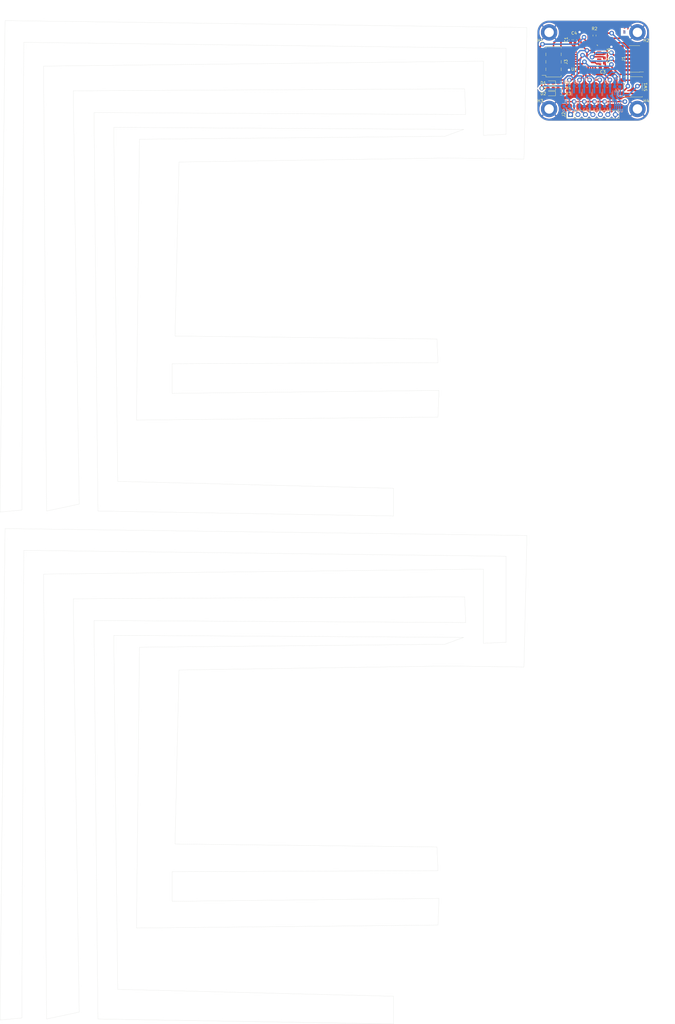
<source format=kicad_pcb>
(kicad_pcb (version 20221018) (generator pcbnew)
  (layers (0 "F.Cu" signal) (31 "B.Cu" signal) (34 "B.Paste" user) (35 "F.Paste" user) (36 "B.SilkS" user "B.Silkscreen") (37 "F.SilkS" user "F.Silkscreen") (38 "B.Mask" user) (39 "F.Mask" user) (44 "Edge.Cuts" user))
  (net 0 "")
  (net 1 "+5V-v2-")
  (net 2 "GND-v2-")
  (net 3 "+3.3V-v2-")
  (net 4 "Net-(D1-K)-v2-")
  (net 6 "Net-(D3-K)-v2-")
  (net 7 "Status_LED-v2-")
  (net 8 "Data_Clock_SNES-v2-")
  (net 9 "Data_Latch_SNES-v2-")
  (net 10 "Net-(D2-K)-v2-")
  (net 11 "Serial_Data1_SNES-v2-")
  (net 12 "Serial_Data2_SNES-v2-")
  (net 13 "SPI_Chip_Select-v2-")
  (net 14 "Chip_Enable-v2-")
  (net 15 "SPI_Digital_Input-v2-")
  (net 16 "SPI_Clock-v2-")
  (net 17 "SPI_Digital_Output-v2-")
  (net 18 "IOBit_SNES-v2-")
  (net 19 "Data_Clock_STM32-v2-")
  (net 20 "Data_Latch_STM32-v2-")
  (net 21 "Appairing_Btn-v2-")
  (net 22 "Net-(U2-BP)-v2-")
  (net 23 "SWDIO-v2-")
  (net 24 "SWDCK-v2-")
  (net 27 "NRST-v2-")
  (net 28 "USART2_RX-v2-")
  (net 29 "USART2_TX-v2-")
  (net 30 "Serial_Data1_STM32-v2-")
  (net 31 "IOBit_STM32-v2-")
  (net 32 "Serial_Data2_STM32-v2-")
  (footprint "Package_QFP:LQFP-32_7x7mm_P0.8mm" (layer "F.Cu") (at 200.6 13.15 180)
    (fp_text reference "U1")
    (fp_text value "STM32L412KBTx")
  )
  (footprint "MountingHole:MountingHole_3.2mm_M3_DIN965_Pad" (layer "F.Cu") (at 187.75 5.25)
    (fp_text reference "H1")
    (fp_text value "MountingHole_Pad")
  )
  (footprint "Resistor_SMD:R_0603_1608Metric_Pad0.98x0.95mm_HandSolder" (layer "F.Cu") (at 191.76875 26.05)
    (fp_text reference "R3")
    (fp_text value "1k")
  )
  (footprint "Resistor_SMD:R_0603_1608Metric_Pad0.98x0.95mm_HandSolder" (layer "F.Cu") (at 191.76875 22.45)
    (fp_text reference "R1")
    (fp_text value "1k")
  )
  (footprint "Connector_PinHeader_1.27mm:PinHeader_2x07_P1.27mm_Vertical_SMD" (layer "F.Cu") (at 216.75 14.25 180)
    (fp_text reference "J1")
    (fp_text value "Conn_02x07_Odd_Even")
  )
  (footprint "Capacitor_SMD:C_0603_1608Metric_Pad1.08x0.95mm_HandSolder" (layer "F.Cu") (at 206.51 14.8025 90)
    (fp_text reference "C2")
    (fp_text value "100n")
  )
  (footprint "MountingHole:MountingHole_3.2mm_M3_DIN965_Pad" (layer "F.Cu") (at 217.75 5.25)
    (fp_text reference "H2")
    (fp_text value "MountingHole_Pad")
  )
  (footprint "Connector_PinHeader_2.54mm:PinHeader_1x07_P2.54mm_Vertical" (layer "F.Cu") (at 195 33.15 90)
    (fp_text reference "J2")
    (fp_text value "Conn_01x07_Socket")
  )
  (footprint "Resistor_SMD:R_0603_1608Metric_Pad0.98x0.95mm_HandSolder" (layer "F.Cu") (at 191.76875 24.25)
    (fp_text reference "R4")
    (fp_text value "1k")
  )
  (footprint "Capacitor_SMD:C_0603_1608Metric_Pad1.08x0.95mm_HandSolder" (layer "F.Cu") (at 195.05 7.75 90)
    (fp_text reference "C1")
    (fp_text value "10u")
  )
  (footprint "Diode_SMD:D_0603_1608Metric_Pad1.05x0.95mm_HandSolder" (layer "F.Cu") (at 188.26875 26.05 180)
    (fp_text reference "D2")
    (fp_text value "LED_Small")
  )
  (footprint "Button_Switch_SMD:SW_SPST_B3S-1000" (layer "F.Cu") (at 216.25 23.75 180)
    (fp_text reference "SW1")
    (fp_text value "SW_SPST")
  )
  (footprint "Capacitor_SMD:C_0603_1608Metric_Pad1.08x0.95mm_HandSolder" (layer "F.Cu") (at 196.55 7.75 90)
    (fp_text reference "C4")
    (fp_text value "100n")
  )
  (footprint "MountingHole:MountingHole_3.2mm_M3_DIN965_Pad" (layer "F.Cu") (at 217.75 31.25)
    (fp_text reference "H4")
    (fp_text value "MountingHole_Pad")
  )
  (footprint "Diode_SMD:D_0603_1608Metric_Pad1.05x0.95mm_HandSolder" (layer "F.Cu") (at 188.26875 22.45 180)
    (fp_text reference "D1")
    (fp_text value "LED_Small")
  )
  (footprint "Diode_SMD:D_0603_1608Metric_Pad1.05x0.95mm_HandSolder" (layer "F.Cu") (at 188.26875 24.25 180)
    (fp_text reference "D3")
    (fp_text value "LED")
  )
  (footprint "Resistor_SMD:R_0603_1608Metric_Pad0.98x0.95mm_HandSolder" (layer "F.Cu") (at 203.17 6.32 90)
    (fp_text reference "R2")
    (fp_text value "10k")
  )
  (footprint "Capacitor_SMD:C_0603_1608Metric_Pad1.08x0.95mm_HandSolder" (layer "F.Cu") (at 206.0025 17.19)
    (fp_text reference "C3")
    (fp_text value "100n")
  )
  (footprint "Capacitor_SMD:C_0603_1608Metric_Pad1.08x0.95mm_HandSolder" (layer "F.Cu") (at 206.51 11.5 90)
    (fp_text reference "C5")
    (fp_text value "100n")
  )
  (footprint "Connector_PinSocket_2.54mm:PinSocket_2x04_P2.54mm_Vertical_SMD" (layer "F.Cu") (at 189.25 15.25 180)
    (fp_text reference "J3")
    (fp_text value "Conn_01x08_Socket")
  )
  (footprint "MountingHole:MountingHole_3.2mm_M3_DIN965_Pad" (layer "F.Cu") (at 187.75 31.25)
    (fp_text reference "H3")
    (fp_text value "MountingHole_Pad")
  )
  (footprint "Capacitor_SMD:C_0603_1608Metric_Pad1.08x0.95mm_HandSolder" (layer "B.Cu") (at 210.9 22.2 180)
    (fp_text reference "C7")
    (fp_text value "2.2u")
  )
  (footprint "Resistor_SMD:R_0603_1608Metric_Pad0.98x0.95mm_HandSolder" (layer "B.Cu") (at 197.15 23.45)
    (fp_text reference "R6")
    (fp_text value "10k")
  )
  (footprint "Resistor_SMD:R_0603_1608Metric_Pad0.98x0.95mm_HandSolder" (layer "B.Cu") (at 207.5 23.45)
    (fp_text reference "R9")
    (fp_text value "10k")
  )
  (footprint "Package_TO_SOT_SMD:SOT-23" (layer "B.Cu") (at 193.7 26.15 -90)
    (fp_text reference "Q1")
    (fp_text value "2N7002")
  )
  (footprint "Package_TO_SOT_SMD:SOT-23" (layer "B.Cu") (at 197.15 26.15 -90)
    (fp_text reference "Q2")
    (fp_text value "2N7002")
  )
  (footprint "Capacitor_SMD:C_0603_1608Metric_Pad1.08x0.95mm_HandSolder" (layer "B.Cu") (at 210.9 23.7 180)
    (fp_text reference "C6")
    (fp_text value "470p")
  )
  (footprint "Resistor_SMD:R_0603_1608Metric_Pad0.98x0.95mm_HandSolder" (layer "B.Cu") (at 200.6 30.35)
    (fp_text reference "R12")
    (fp_text value "10k")
  )
  (footprint "Resistor_SMD:R_0603_1608Metric_Pad0.98x0.95mm_HandSolder" (layer "B.Cu") (at 204.05 23.45)
    (fp_text reference "R8")
    (fp_text value "10k")
  )
  (footprint "Package_TO_SOT_SMD:SOT-23" (layer "B.Cu") (at 200.6 26.15 -90)
    (fp_text reference "Q3")
    (fp_text value "2N7002")
  )
  (footprint "Resistor_SMD:R_0603_1608Metric_Pad0.98x0.95mm_HandSolder" (layer "B.Cu") (at 193.7 30.35)
    (fp_text reference "R10")
    (fp_text value "10k")
  )
  (footprint "Package_SO:MSOP-8_3x3mm_P0.65mm" (layer "B.Cu") (at 211.0125 27.9 -90)
    (fp_text reference "U2")
    (fp_text value "MIC5219-3.3YMM")
  )
  (footprint "Package_TO_SOT_SMD:SOT-23" (layer "B.Cu") (at 207.5 26.15 -90)
    (fp_text reference "Q5")
    (fp_text value "2N7002")
  )
  (footprint "Resistor_SMD:R_0603_1608Metric_Pad0.98x0.95mm_HandSolder" (layer "B.Cu") (at 197.15 30.35)
    (fp_text reference "R11")
    (fp_text value "10k")
  )
  (footprint "Resistor_SMD:R_0603_1608Metric_Pad0.98x0.95mm_HandSolder" (layer "B.Cu") (at 204.05 30.35)
    (fp_text reference "R13")
    (fp_text value "10k")
  )
  (footprint "Resistor_SMD:R_0603_1608Metric_Pad0.98x0.95mm_HandSolder" (layer "B.Cu") (at 200.6 23.45)
    (fp_text reference "R7")
    (fp_text value "10k")
  )
  (footprint "Package_TO_SOT_SMD:SOT-23" (layer "B.Cu") (at 204.05 26.15 -90)
    (fp_text reference "Q4")
    (fp_text value "2N7002")
  )
  (footprint "Resistor_SMD:R_0603_1608Metric_Pad0.98x0.95mm_HandSolder" (layer "B.Cu") (at 207.5 30.35)
    (fp_text reference "R14")
    (fp_text value "10k")
  )
  (footprint "Resistor_SMD:R_0603_1608Metric_Pad0.98x0.95mm_HandSolder" (layer "B.Cu") (at 193.7 23.45)
    (fp_text reference "R5")
    (fp_text value "10k")
  )
  (gr_line (start 159.399937 33.14989) (end 33.149937 32.47989) (stroke (width 0.05)) (layer "Edge.Cuts"))
  (gr_line (start 48.599937 41.53989) (end 47.589937 136.89989) (stroke (width 0.05)) (layer "Edge.Cuts"))
  (gr_line (start 150.329937 126.82989) (end 59.679937 127.82989) (stroke (width 0.05)) (layer "Edge.Cuts"))
  (gr_line (start 39.869937 37.50989) (end 158.729937 38.18989) (stroke (width 0.05)) (layer "Edge.Cuts"))
  (gr_line (start 34.489937 340.28989) (end 134.889937 341.96989) (stroke (width 0.05)) (layer "Edge.Cuts"))
  (gr_line (start 149.999937 308.38989) (end 150.329937 299.32989) (stroke (width 0.05)) (layer "Edge.Cuts"))
  (gr_line (start 134.889937 332.56989) (end 41.209937 330.21989) (stroke (width 0.05)) (layer "Edge.Cuts"))
  (gr_line (start 179.209937 48.25989) (end 180.219937 3.59989) (stroke (width 0.05)) (layer "Edge.Cuts"))
  (gr_line (start 60.679937 108.35989) (end 62.029937 49.26989) (stroke (width 0.05)) (layer "Edge.Cuts"))
  (gr_line (start 173.159937 183.14989) (end 173.159937 212.35989) (stroke (width 0.05)) (layer "Edge.Cuts"))
  (gr_line (start 158.729937 38.18989) (end 152.349937 40.53989) (stroke (width 0.05)) (layer "Edge.Cuts"))
  (gr_line (start 149.999937 289.92989) (end 149.659937 281.86989) (stroke (width 0.05)) (layer "Edge.Cuts"))
  (gr_line (start 1.249937 340.62989) (end 8.639937 339.94989) (stroke (width 0.05)) (layer "Edge.Cuts"))
  (gr_line (start 149.659937 281.86989) (end 60.679937 280.85989) (stroke (width 0.05)) (layer "Edge.Cuts"))
  (gr_line (start 48.599937 214.03989) (end 47.589937 309.39989) (stroke (width 0.05)) (layer "Edge.Cuts"))
  (gr_line (start 149.659937 109.36989) (end 60.679937 108.35989) (stroke (width 0.05)) (layer "Edge.Cuts"))
  (gr_line (start 179.209937 220.75989) (end 180.219937 176.09989) (stroke (width 0.05)) (layer "Edge.Cuts"))
  (gr_line (start 134.889937 341.96989) (end 134.889937 332.56989) (stroke (width 0.05)) (layer "Edge.Cuts"))
  (gr_line (start 62.029937 221.76989) (end 153.019937 220.41989) (stroke (width 0.05)) (layer "Edge.Cuts"))
  (gr_line (start 173.159937 212.35989) (end 165.439937 212.69989) (stroke (width 0.05)) (layer "Edge.Cuts"))
  (gr_line (start 149.999937 117.42989) (end 149.659937 109.36989) (stroke (width 0.05)) (layer "Edge.Cuts"))
  (gr_line (start 159.059937 196.91989) (end 159.399937 205.64989) (stroke (width 0.05)) (layer "Edge.Cuts"))
  (gr_line (start 8.639937 167.44989) (end 9.309937 8.63989) (stroke (width 0.05)) (layer "Edge.Cuts"))
  (gr_line (start 158.729937 210.68989) (end 152.349937 213.03989) (stroke (width 0.05)) (layer "Edge.Cuts"))
  (gr_line (start 187.75 1.25) (end 217.75 1.25) (stroke (width 0.1)) (layer "Edge.Cuts"))
  (gr_line (start 1.249937 168.12989) (end 8.639937 167.44989) (stroke (width 0.05)) (layer "Edge.Cuts"))
  (gr_arc (start 221.75 31.25) (mid 220.578427 34.078427) (end 217.75 35.25) (stroke (width 0.1)) (layer "Edge.Cuts"))
  (gr_arc (start 187.75 35.25) (mid 184.921573 34.078427) (end 183.75 31.25) (stroke (width 0.1)) (layer "Edge.Cuts"))
  (gr_line (start 165.439937 212.69989) (end 165.439937 187.51989) (stroke (width 0.05)) (layer "Edge.Cuts"))
  (gr_line (start 2.929937 173.74989) (end 1.249937 340.62989) (stroke (width 0.05)) (layer "Edge.Cuts"))
  (gr_line (start 34.489937 167.78989) (end 134.889937 169.46989) (stroke (width 0.05)) (layer "Edge.Cuts"))
  (gr_line (start 217.75 35.25) (end 187.75 35.25) (stroke (width 0.1)) (layer "Edge.Cuts"))
  (gr_arc (start 183.75 5.25) (mid 184.921573 2.421573) (end 187.75 1.25) (stroke (width 0.1)) (layer "Edge.Cuts"))
  (gr_line (start 59.679937 127.82989) (end 59.679937 117.75989) (stroke (width 0.05)) (layer "Edge.Cuts"))
  (gr_line (start 17.039937 340.28989) (end 28.119937 337.93989) (stroke (width 0.05)) (layer "Edge.Cuts"))
  (gr_line (start 9.309937 8.63989) (end 173.159937 10.64989) (stroke (width 0.05)) (layer "Edge.Cuts"))
  (gr_line (start 134.889937 169.46989) (end 134.889937 160.06989) (stroke (width 0.05)) (layer "Edge.Cuts"))
  (gr_line (start 173.159937 39.85989) (end 165.439937 40.19989) (stroke (width 0.05)) (layer "Edge.Cuts"))
  (gr_line (start 153.019937 220.41989) (end 179.209937 220.75989) (stroke (width 0.05)) (layer "Edge.Cuts"))
  (gr_line (start 134.889937 160.06989) (end 41.209937 157.71989) (stroke (width 0.05)) (layer "Edge.Cuts"))
  (gr_line (start 26.099937 25.08989) (end 159.059937 24.41989) (stroke (width 0.05)) (layer "Edge.Cuts"))
  (gr_line (start 41.209937 330.21989) (end 39.869937 210.00989) (stroke (width 0.05)) (layer "Edge.Cuts"))
  (gr_line (start 2.929937 1.24989) (end 1.249937 168.12989) (stroke (width 0.05)) (layer "Edge.Cuts"))
  (gr_line (start 150.329937 299.32989) (end 59.679937 300.32989) (stroke (width 0.05)) (layer "Edge.Cuts"))
  (gr_line (start 165.439937 187.51989) (end 16.029937 189.19989) (stroke (width 0.05)) (layer "Edge.Cuts"))
  (gr_line (start 173.159937 10.64989) (end 173.159937 39.85989) (stroke (width 0.05)) (layer "Edge.Cuts"))
  (gr_line (start 8.639937 339.94989) (end 9.309937 181.13989) (stroke (width 0.05)) (layer "Edge.Cuts"))
  (gr_line (start 16.029937 16.69989) (end 17.039937 167.78989) (stroke (width 0.05)) (layer "Edge.Cuts"))
  (gr_line (start 47.589937 136.89989) (end 149.999937 135.88989) (stroke (width 0.05)) (layer "Edge.Cuts"))
  (gr_line (start 62.029937 49.26989) (end 153.019937 47.91989) (stroke (width 0.05)) (layer "Edge.Cuts"))
  (gr_line (start 9.309937 181.13989) (end 173.159937 183.14989) (stroke (width 0.05)) (layer "Edge.Cuts"))
  (gr_line (start 180.219937 176.09989) (end 2.929937 173.74989) (stroke (width 0.05)) (layer "Edge.Cuts"))
  (gr_line (start 59.679937 117.75989) (end 149.999937 117.42989) (stroke (width 0.05)) (layer "Edge.Cuts"))
  (gr_line (start 149.999937 135.88989) (end 150.329937 126.82989) (stroke (width 0.05)) (layer "Edge.Cuts"))
  (gr_line (start 152.349937 213.03989) (end 48.599937 214.03989) (stroke (width 0.05)) (layer "Edge.Cuts"))
  (gr_line (start 28.119937 165.43989) (end 26.099937 25.08989) (stroke (width 0.05)) (layer "Edge.Cuts"))
  (gr_line (start 221.75 5.25) (end 221.75 31.25) (stroke (width 0.1)) (layer "Edge.Cuts"))
  (gr_line (start 180.219937 3.59989) (end 2.929937 1.24989) (stroke (width 0.05)) (layer "Edge.Cuts"))
  (gr_line (start 41.209937 157.71989) (end 39.869937 37.50989) (stroke (width 0.05)) (layer "Edge.Cuts"))
  (gr_line (start 47.589937 309.39989) (end 149.999937 308.38989) (stroke (width 0.05)) (layer "Edge.Cuts"))
  (gr_line (start 165.439937 15.01989) (end 16.029937 16.69989) (stroke (width 0.05)) (layer "Edge.Cuts"))
  (gr_line (start 39.869937 210.00989) (end 158.729937 210.68989) (stroke (width 0.05)) (layer "Edge.Cuts"))
  (gr_line (start 16.029937 189.19989) (end 17.039937 340.28989) (stroke (width 0.05)) (layer "Edge.Cuts"))
  (gr_line (start 59.679937 290.25989) (end 149.999937 289.92989) (stroke (width 0.05)) (layer "Edge.Cuts"))
  (gr_line (start 59.679937 300.32989) (end 59.679937 290.25989) (stroke (width 0.05)) (layer "Edge.Cuts"))
  (gr_line (start 153.019937 47.91989) (end 179.209937 48.25989) (stroke (width 0.05)) (layer "Edge.Cuts"))
  (gr_line (start 183.75 31.25) (end 183.75 5.25) (stroke (width 0.1)) (layer "Edge.Cuts"))
  (gr_line (start 60.679937 280.85989) (end 62.029937 221.76989) (stroke (width 0.05)) (layer "Edge.Cuts"))
  (gr_line (start 33.149937 32.47989) (end 34.489937 167.78989) (stroke (width 0.05)) (layer "Edge.Cuts"))
  (gr_line (start 17.039937 167.78989) (end 28.119937 165.43989) (stroke (width 0.05)) (layer "Edge.Cuts"))
  (gr_line (start 159.399937 205.64989) (end 33.149937 204.97989) (stroke (width 0.05)) (layer "Edge.Cuts"))
  (gr_line (start 152.349937 40.53989) (end 48.599937 41.53989) (stroke (width 0.05)) (layer "Edge.Cuts"))
  (gr_line (start 165.439937 40.19989) (end 165.439937 15.01989) (stroke (width 0.05)) (layer "Edge.Cuts"))
  (gr_line (start 28.119937 337.93989) (end 26.099937 197.58989) (stroke (width 0.05)) (layer "Edge.Cuts"))
  (gr_line (start 26.099937 197.58989) (end 159.059937 196.91989) (stroke (width 0.05)) (layer "Edge.Cuts"))
  (gr_line (start 33.149937 204.97989) (end 34.489937 340.28989) (stroke (width 0.05)) (layer "Edge.Cuts"))
  (gr_arc (start 217.75 1.25) (mid 220.578427 2.421573) (end 221.75 5.25) (stroke (width 0.1)) (layer "Edge.Cuts"))
  (gr_line (start 159.059937 24.41989) (end 159.399937 33.14989) (stroke (width 0.05)) (layer "Edge.Cuts"))
  (gr_text "SNES Plug" (at 205.75 3.75) (layer "F.Cu") (effects (font (size 1 1)) (justify left bottom)))
  (gr_text "T" (at 212.75 5.75) (layer "F.Cu") (effects (font (size 1 1)) (justify left bottom)))
  (gr_text "B" (at 212.75 5.75) (layer "B.Cu") (effects (font (size 1 1)) (justify left bottom)))
  (segment (start 196.2375 28.75) (end 196.2375 31.9125) (width 0.5) (layer "F.Cu") (net 1))
  (segment (start 196.2375 31.9125) (end 195 33.15) (width 0.5) (layer "F.Cu") (net 1))
  (segment (start 196.2375 28.75) (end 199.6875 28.75) (width 0.3) (layer "F.Cu") (net 1))
  (segment (start 187.39375 26.05) (end 187.39375 26.084561) (width 0.5) (layer "F.Cu") (net 1))
  (segment (start 203.1375 28.75) (end 206.5875 28.75) (width 0.5) (layer "F.Cu") (net 1))
  (segment (start 203.1375 28.75) (end 199.6875 28.75) (width 0.5) (layer "F.Cu") (net 1))
  (segment (start 188.809189 27.5) (end 190.25 27.5) (width 0.5) (layer "F.Cu") (net 1))
  (segment (start 190.25 27.5) (end 191.5 28.75) (width 0.5) (layer "F.Cu") (net 1))
  (segment (start 187.39375 26.084561) (end 188.809189 27.5) (width 0.5) (layer "F.Cu") (net 1))
  (segment (start 191.5 28.75) (end 196.2375 28.75) (width 0.5) (layer "F.Cu") (net 1))
  (segment (start 206.5875 28.75) (end 213.5 28.75) (width 0.5) (layer "F.Cu") (net 1))
  (via (at 199.6875 28.75) (size 1.6) (drill 0.8) (layers "F.Cu" "B.Cu") (net 1))
  (via (at 203.1375 28.75) (size 1.6) (drill 0.8) (layers "F.Cu" "B.Cu") (net 1))
  (via (at 206.5875 28.75) (size 1.6) (drill 0.8) (layers "F.Cu" "B.Cu") (net 1))
  (via (at 213.5 28.75) (size 1.6) (drill 0.8) (layers "F.Cu" "B.Cu") (net 1))
  (via (at 196.2375 28.75) (size 1.6) (drill 0.8) (layers "F.Cu" "B.Cu") (net 1))
  (segment (start 196.2375 30.35) (end 196.2375 28.75) (width 0.5) (layer "B.Cu") (net 1))
  (segment (start 213.4 28.65) (end 212.106739 28.65) (width 0.5) (layer "B.Cu") (net 1))
  (segment (start 213.5 28.75) (end 213.4 28.65) (width 0.5) (layer "B.Cu") (net 1))
  (segment (start 195 33.15) (end 195 32.5625) (width 0.5) (layer "B.Cu") (net 1))
  (segment (start 210.6875 25.7875) (end 210.6875 27.230761) (width 0.3) (layer "B.Cu") (net 1))
  (segment (start 203.1375 28.75) (end 203.1375 30.35) (width 0.5) (layer "B.Cu") (net 1))
  (segment (start 199.6875 28.75) (end 199.6875 30.35) (width 0.5) (layer "B.Cu") (net 1))
  (segment (start 195 32.5625) (end 192.7875 30.35) (width 0.5) (layer "B.Cu") (net 1))
  (segment (start 206.5875 28.75) (end 206.5875 30.35) (width 0.5) (layer "B.Cu") (net 1))
  (segment (start 212.106739 28.65) (end 210.6875 27.230761) (width 0.5) (layer "B.Cu") (net 1))
  (segment (start 206.865 17.19) (end 206.865 16.02) (width 0.5) (layer "F.Cu") (net 2))
  (segment (start 198.1 5.15) (end 197.8 5.45) (width 0.5) (layer "F.Cu") (net 2))
  (segment (start 205.84 18.215) (end 206.865 17.19) (width 0.5) (layer "F.Cu") (net 2))
  (segment (start 208.899189 10.15) (end 208.411689 10.6375) (width 0.5) (layer "F.Cu") (net 2))
  (segment (start 197.8 5.45) (end 197.8 8.975) (width 0.5) (layer "F.Cu") (net 2))
  (segment (start 194.5 18) (end 193.44 19.06) (width 0.5) (layer "F.Cu") (net 2))
  (segment (start 207.535 11.6625) (end 206.51 10.6375) (width 0.5) (layer "F.Cu") (net 2))
  (segment (start 195.05 6.8875) (end 196.55 6.8875) (width 0.5) (layer "F.Cu") (net 2))
  (segment (start 206.51 15.665) (end 206.51 15.591193) (width 0.5) (layer "F.Cu") (net 2))
  (segment (start 208.411689 10.6375) (end 206.51 10.6375) (width 0.5) (layer "F.Cu") (net 2))
  (segment (start 204.29 18.215) (end 205.84 18.215) (width 0.5) (layer "F.Cu") (net 2))
  (segment (start 196.55 6.7) (end 198.1 5.15) (width 0.5) (layer "F.Cu") (net 2))
  (segment (start 203.4 17.325) (end 204.29 18.215) (width 0.5) (layer "F.Cu") (net 2))
  (segment (start 206.51 15.591193) (end 207.535 14.566193) (width 0.5) (layer "F.Cu") (net 2))
  (segment (start 206.865 16.02) (end 206.51 15.665) (width 0.5) (layer "F.Cu") (net 2))
  (segment (start 193.44 19.06) (end 191.77 19.06) (width 0.5) (layer "F.Cu") (net 2))
  (segment (start 207.535 14.566193) (end 207.535 11.6625) (width 0.5) (layer "F.Cu") (net 2))
  (segment (start 196.55 6.8875) (end 196.55 6.7) (width 0.5) (layer "F.Cu") (net 2))
  (via (at 208.899189 10.15) (size 1.6) (drill 0.8) (layers "F.Cu" "B.Cu") (net 2))
  (via (at 198.1 5.15) (size 1.6) (drill 0.8) (layers "F.Cu" "B.Cu") (net 2))
  (via (at 194.5 18) (size 1.6) (drill 0.8) (layers "F.Cu" "B.Cu") (net 2))
  (via (at 210.0375 20.15) (size 1.6) (drill 0.8) (layers "F.Cu" "B.Cu") (net 2))
  (segment (start 206.15 10.15) (end 201.15 5.15) (width 0.5) (layer "B.Cu") (net 2))
  (segment (start 208.899189 10.15) (end 206.15 10.15) (width 0.5) (layer "B.Cu") (net 2))
  (segment (start 210.0375 20.1875) (end 210 20.15) (width 0.5) (layer "B.Cu") (net 2))
  (segment (start 201.15 5.15) (end 198.1 5.15) (width 0.5) (layer "B.Cu") (net 2))
  (segment (start 210.0375 22.2) (end 210.0375 23.7) (width 0.5) (layer "B.Cu") (net 2))
  (segment (start 210.0375 22.2) (end 210.0375 20.15) (width 0.5) (layer "B.Cu") (net 2))
  (segment (start 202.4 11.4) (end 200.6 11.4) (width 0.5) (layer "F.Cu") (net 3))
  (segment (start 195.05 8.975) (end 196.425 10.35) (width 0.5) (layer "F.Cu") (net 3))
  (segment (start 195.05 8.6125) (end 195.05 8.975) (width 0.5) (layer "F.Cu") (net 3))
  (segment (start 205.14 17.19) (end 205.14 16.315) (width 0.5) (layer "F.Cu") (net 3))
  (segment (start 220.225 21.5) (end 220.75 20.975) (width 0.5) (layer "F.Cu") (net 3))
  (segment (start 203.75 12.75) (end 202.4 11.4) (width 0.5) (layer "F.Cu") (net 3))
  (segment (start 203.870406 15.95) (end 203.420406 15.5) (width 0.5) (layer "F.Cu") (net 3))
  (segment (start 204.775 15.95) (end 203.870406 15.95) (width 0.5) (layer "F.Cu") (net 3))
  (segment (start 204.775 12.75) (end 203.75 12.75) (width 0.5) (layer "F.Cu") (net 3))
  (segment (start 220.4 16.79) (end 220.75 17.14) (width 0.5) (layer "F.Cu") (net 3))
  (segment (start 185.25 24.25) (end 185.25 20.54) (width 0.5) (layer "F.Cu") (net 3))
  (segment (start 199.55 10.35) (end 196.425 10.35) (width 0.5) (layer "F.Cu") (net 3))
  (segment (start 200.6 13.809189) (end 200.6 11.4) (width 0.5) (layer "F.Cu") (net 3))
  (segment (start 206.1225 12.75) (end 204.775 12.75) (width 0.5) (layer "F.Cu") (net 3))
  (segment (start 185.25 20.54) (end 186.73 19.06) (width 0.5) (layer "F.Cu") (net 3))
  (segment (start 220.75 20.975) (end 220.75 17.14) (width 0.5) (layer "F.Cu") (net 3))
  (segment (start 217.75 23.5) (end 218.225 23.5) (width 0.5) (layer "F.Cu") (net 3))
  (segment (start 218.225 23.5) (end 220.225 21.5) (width 0.5) (layer "F.Cu") (net 3))
  (segment (start 212.275 21.5) (end 220.225 21.5) (width 0.5) (layer "F.Cu") (net 3))
  (segment (start 196.425 8.7375) (end 196.55 8.6125) (width 0.5) (layer "F.Cu") (net 3))
  (segment (start 218.7 16.79) (end 220.4 16.79) (width 0.5) (layer "F.Cu") (net 3))
  (segment (start 203.420406 15.5) (end 202.290811 15.5) (width 0.5) (layer "F.Cu") (net 3))
  (segment (start 206.51 12.3625) (end 206.1225 12.75) (width 0.5) (layer "F.Cu") (net 3))
  (segment (start 200.6 11.4) (end 199.55 10.35) (width 0.5) (layer "F.Cu") (net 3))
  (segment (start 187.39375 24.25) (end 185.25 24.25) (width 0.5) (layer "F.Cu") (net 3))
  (segment (start 202.290811 15.5) (end 200.6 13.809189) (width 0.5) (layer "F.Cu") (net 3))
  (segment (start 205.14 16.315) (end 204.775 15.95) (width 0.5) (layer "F.Cu") (net 3))
  (segment (start 196.425 10.35) (end 196.425 8.7375) (width 0.5) (layer "F.Cu") (net 3))
  (via (at 185.25 24.25) (size 1.6) (drill 0.8) (layers "F.Cu" "B.Cu") (net 3))
  (via (at 217.75 23.5) (size 1.6) (drill 0.8) (layers "F.Cu" "B.Cu") (net 3))
  (via (at 200.6 11.4) (size 1.6) (drill 0.8) (layers "F.Cu" "B.Cu") (net 3))
  (segment (start 192.7875 23.45) (end 192.7875 21.315811) (width 0.5) (layer "B.Cu") (net 3))
  (segment (start 203.1 23.4875) (end 203.1375 23.45) (width 0.5) (layer "B.Cu") (net 3))
  (segment (start 208.903311 18.8) (end 206.5875 21.115811) (width 0.5) (layer "B.Cu") (net 3))
  (segment (start 186.05 23.45) (end 192.7875 23.45) (width 0.5) (layer "B.Cu") (net 3))
  (segment (start 206.55 25.2125) (end 206.55 23.4875) (width 0.5) (layer "B.Cu") (net 3))
  (segment (start 198.621689 20.05) (end 197.303311 20.05) (width 0.5) (layer "B.Cu") (net 3))
  (segment (start 192.7875 21.315811) (end 194.053311 20.05) (width 0.5) (layer "B.Cu") (net 3))
  (segment (start 199.65 23.4875) (end 199.6875 23.45) (width 0.5) (layer "B.Cu") (net 3))
  (segment (start 197.303311 12.446689) (end 197.303311 20.05) (width 0.5) (layer "B.Cu") (net 3))
  (segment (start 210.596689 18.8) (end 208.903311 18.8) (width 0.5) (layer "B.Cu") (net 3))
  (segment (start 205.521689 20.05) (end 204.203311 20.05) (width 0.5) (layer "B.Cu") (net 3))
  (segment (start 206.5875 21.115811) (end 205.521689 20.05) (width 0.5) (layer "B.Cu") (net 3))
  (segment (start 197.303311 20.05) (end 196.2375 21.115811) (width 0.5) (layer "B.Cu") (net 3))
  (segment (start 198.35 11.4) (end 197.303311 12.446689) (width 0.5) (layer "B.Cu") (net 3))
  (segment (start 200.753311 20.05) (end 202.071689 20.05) (width 0.5) (layer "B.Cu") (net 3))
  (segment (start 196.2 25.2125) (end 196.2 23.4875) (width 0.5) (layer "B.Cu") (net 3))
  (segment (start 213 22.75) (end 212.45 22.2) (width 0.5) (layer "B.Cu") (net 3))
  (segment (start 214.743261 26.506739) (end 213 26.506739) (width 0.5) (layer "B.Cu") (net 3))
  (segment (start 199.6875 21.115811) (end 200.753311 20.05) (width 0.5) (layer "B.Cu") (net 3))
  (segment (start 199.6875 21.115811) (end 198.621689 20.05) (width 0.5) (layer "B.Cu") (net 3))
  (segment (start 199.65 25.2125) (end 199.65 23.4875) (width 0.5) (layer "B.Cu") (net 3))
  (segment (start 211.3375 25.7875) (end 211.3375 26.727817) (width 0.3) (layer "B.Cu") (net 3))
  (segment (start 195.171689 20.05) (end 196.2375 21.115811) (width 0.5) (layer "B.Cu") (net 3))
  (segment (start 211.3375 26.727817) (end 211.759683 27.15) (width 0.3) (layer "B.Cu") (net 3))
  (segment (start 213 26.506739) (end 212.356739 27.15) (width 0.5) (layer "B.Cu") (net 3))
  (segment (start 203.1 25.2125) (end 203.1 23.4875) (width 0.5) (layer "B.Cu") (net 3))
  (segment (start 204.203311 20.05) (end 203.1375 21.115811) (width 0.5) (layer "B.Cu") (net 3))
  (segment (start 192.75 25.2125) (end 192.75 23.4875) (width 0.5) (layer "B.Cu") (net 3))
  (segment (start 203.1375 21.115811) (end 203.1375 23.45) (width 0.5) (layer "B.Cu") (net 3))
  (segment (start 185.25 24.25) (end 186.05 23.45) (width 0.5) (layer "B.Cu") (net 3))
  (segment (start 200.6 11.4) (end 198.35 11.4) (width 0.5) (layer "B.Cu") (net 3))
  (segment (start 199.6875 23.45) (end 199.6875 21.115811) (width 0.5) (layer "B.Cu") (net 3))
  (segment (start 202.071689 20.05) (end 203.1375 21.115811) (width 0.5) (layer "B.Cu") (net 3))
  (segment (start 212.356739 27.15) (end 211.759683 27.15) (width 0.5) (layer "B.Cu") (net 3))
  (segment (start 211.7625 22.2) (end 211.7625 19.965811) (width 0.5) (layer "B.Cu") (net 3))
  (segment (start 196.2375 21.115811) (end 196.2375 23.45) (width 0.5) (layer "B.Cu") (net 3))
  (segment (start 212.45 22.2) (end 211.7625 22.2) (width 0.5) (layer "B.Cu") (net 3))
  (segment (start 194.053311 20.05) (end 195.171689 20.05) (width 0.5) (layer "B.Cu") (net 3))
  (segment (start 192.75 23.4875) (end 192.7875 23.45) (width 0.5) (layer "B.Cu") (net 3))
  (segment (start 211.7625 19.965811) (end 210.596689 18.8) (width 0.5) (layer "B.Cu") (net 3))
  (segment (start 206.55 23.4875) (end 206.5875 23.45) (width 0.5) (layer "B.Cu") (net 3))
  (segment (start 213 26.506739) (end 213 22.75) (width 0.5) (layer "B.Cu") (net 3))
  (segment (start 214.743261 26.506739) (end 217.75 23.5) (width 0.5) (layer "B.Cu") (net 3))
  (segment (start 196.2 23.4875) (end 196.2375 23.45) (width 0.5) (layer "B.Cu") (net 3))
  (segment (start 206.5875 23.45) (end 206.5875 21.115811) (width 0.5) (layer "B.Cu") (net 3))
  (segment (start 190.85625 22.45) (end 189.14375 22.45) (width 0.5) (layer "F.Cu") (net 4))
  (segment (start 190.85625 24.25) (end 189.14375 24.25) (width 0.5) (layer "F.Cu") (net 6))
  (segment (start 192.575 21.425) (end 194 20) (width 0.5) (layer "F.Cu") (net 7))
  (segment (start 187.39375 22.45) (end 188.41875 21.425) (width 0.5) (layer "F.Cu") (net 7))
  (segment (start 188.41875 21.425) (end 192.575 21.425) (width 0.5) (layer "F.Cu") (net 7))
  (segment (start 194 20) (end 195.125 20) (width 0.5) (layer "F.Cu") (net 7))
  (segment (start 195.125 20) (end 197.8 17.325) (width 0.5) (layer "F.Cu") (net 7))
  (segment (start 194.6125 28) (end 193.7 27.0875) (width 0.5) (layer "B.Cu") (net 8))
  (segment (start 196.75 31.75) (end 196.0125 31.75) (width 0.5) (layer "B.Cu") (net 8))
  (segment (start 197.54 32.54) (end 196.75 31.75) (width 0.5) (layer "B.Cu") (net 8))
  (segment (start 196.0125 31.75) (end 194.6125 30.35) (width 0.5) (layer "B.Cu") (net 8))
  (segment (start 194.6125 30.35) (end 194.6125 28) (width 0.5) (layer "B.Cu") (net 8))
  (segment (start 197.54 33.15) (end 197.54 32.54) (width 0.5) (layer "B.Cu") (net 8))
  (segment (start 198.0625 30.35) (end 198.0625 31.2125) (width 0.5) (layer "B.Cu") (net 9))
  (segment (start 198.0625 31.2125) (end 200 33.15) (width 0.5) (layer "B.Cu") (net 9))
  (segment (start 198.0625 30.35) (end 198.0625 28) (width 0.5) (layer "B.Cu") (net 9))
  (segment (start 198.0625 28) (end 197.15 27.0875) (width 0.5) (layer "B.Cu") (net 9))
  (segment (start 189.14375 26.05) (end 190.85625 26.05) (width 0.5) (layer "F.Cu") (net 10))
  (segment (start 201.5125 28) (end 200.6 27.0875) (width 0.5) (layer "B.Cu") (net 11))
  (segment (start 201.5125 32.1625) (end 202.5 33.15) (width 0.5) (layer "B.Cu") (net 11))
  (segment (start 201.5125 30.35) (end 201.5125 32.1625) (width 0.5) (layer "B.Cu") (net 11))
  (segment (start 201.5125 30.35) (end 201.5125 28) (width 0.5) (layer "B.Cu") (net 11))
  (segment (start 204.9625 28) (end 204.05 27.0875) (width 0.5) (layer "B.Cu") (net 12))
  (segment (start 204.9625 33.1125) (end 205 33.15) (width 0.5) (layer "B.Cu") (net 12))
  (segment (start 204.9625 30.35) (end 204.9625 28) (width 0.5) (layer "B.Cu") (net 12))
  (segment (start 204.9625 30.35) (end 204.9625 33.1125) (width 0.5) (layer "B.Cu") (net 12))
  (segment (start 196.425 11.15) (end 194.85 11.15) (width 0.5) (layer "F.Cu") (net 13))
  (segment (start 194.85 11.15) (end 194 12) (width 0.5) (layer "F.Cu") (net 13))
  (segment (start 194 14.75) (end 193.5 15.25) (width 0.5) (layer "F.Cu") (net 13))
  (segment (start 194 12) (end 194 14.75) (width 0.5) (layer "F.Cu") (net 13))
  (segment (start 193.5 15.25) (end 188 15.25) (width 0.5) (layer "F.Cu") (net 13))
  (segment (start 188 15.25) (end 186.73 16.52) (width 0.5) (layer "F.Cu") (net 13))
  (segment (start 195.520406 11.95) (end 196.425 11.95) (width 0.5) (layer "F.Cu") (net 14))
  (segment (start 191.77 16.52) (end 194.23 16.52) (width 0.5) (layer "F.Cu") (net 14))
  (segment (start 195.125 12.345406) (end 195.520406 11.95) (width 0.5) (layer "F.Cu") (net 14))
  (segment (start 195.125 15.625) (end 195.125 12.345406) (width 0.5) (layer "F.Cu") (net 14))
  (segment (start 194.23 16.52) (end 195.125 15.625) (width 0.5) (layer "F.Cu") (net 14))
  (segment (start 198.8 3.8) (end 201 6) (width 0.5) (layer "F.Cu") (net 15))
  (segment (start 201 6) (end 201 8.975) (width 0.5) (layer "F.Cu") (net 15))
  (segment (start 196.486307 3.8) (end 198.8 3.8) (width 0.5) (layer "F.Cu") (net 15))
  (segment (start 191.77 8.516307) (end 196.486307 3.8) (width 0.5) (layer "F.Cu") (net 15))
  (segment (start 191.77 11.44) (end 191.77 8.516307) (width 0.5) (layer "F.Cu") (net 15))
  (segment (start 190.77 13.98) (end 189.25 12.46) (width 0.5) (layer "F.Cu") (net 16))
  (segment (start 189.25 12.46) (end 189.25 9) (width 0.5) (layer "F.Cu") (net 16))
  (segment (start 189.25 9) (end 195.75 2.5) (width 0.5) (layer "F.Cu") (net 16))
  (segment (start 199.75 2.5) (end 201.8 4.55) (width 0.5) (layer "F.Cu") (net 16))
  (segment (start 201.8 4.55) (end 201.8 8.975) (width 0.5) (layer "F.Cu") (net 16))
  (segment (start 191.77 13.98) (end 190.77 13.98) (width 0.5) (layer "F.Cu") (net 16))
  (segment (start 195.75 2.5) (end 199.75 2.5) (width 0.5) (layer "F.Cu") (net 16))
  (segment (start 185.73 13.98) (end 184.68 12.93) (width 0.5) (layer "F.Cu") (net 17))
  (segment (start 184.68 12.93) (end 184.68 10.07) (width 0.5) (layer "F.Cu") (net 17))
  (segment (start 186.73 13.98) (end 185.73 13.98) (width 0.5) (layer "F.Cu") (net 17))
  (segment (start 199.6 6.9) (end 199.6 7.470406) (width 0.5) (layer "F.Cu") (net 17))
  (segment (start 200.2 8.070406) (end 200.2 8.975) (width 0.5) (layer "F.Cu") (net 17))
  (segment (start 199.6 7.470406) (end 200.2 8.070406) (width 0.5) (layer "F.Cu") (net 17))
  (segment (start 184.68 10.07) (end 185.5 9.25) (width 0.5) (layer "F.Cu") (net 17))
  (via (at 199.6 6.9) (size 1.6) (drill 0.8) (layers "F.Cu" "B.Cu") (net 17))
  (via (at 185.5 9.25) (size 1.6) (drill 0.8) (layers "F.Cu" "B.Cu") (net 17))
  (segment (start 185.5 9.25) (end 197.25 9.25) (width 0.5) (layer "B.Cu") (net 17))
  (segment (start 197.25 9.25) (end 199.6 6.9) (width 0.5) (layer "B.Cu") (net 17))
  (segment (start 208.4125 30.35) (end 208.4125 28) (width 0.5) (layer "B.Cu") (net 18))
  (segment (start 208.4125 30.35) (end 208.4125 32.2375) (width 0.5) (layer "B.Cu") (net 18))
  (segment (start 208.4125 32.2375) (end 207.5 33.15) (width 0.5) (layer "B.Cu") (net 18))
  (segment (start 208.4125 28) (end 207.5 27.0875) (width 0.5) (layer "B.Cu") (net 18))
  (segment (start 194.6125 21.4) (end 195.429594 21.4) (width 0.5) (layer "F.Cu") (net 19))
  (segment (start 195.429594 21.4) (end 198.6 18.229594) (width 0.5) (layer "F.Cu") (net 19))
  (segment (start 198.6 18.229594) (end 198.6 17.325) (width 0.5) (layer "F.Cu") (net 19))
  (via (at 194.6125 21.4) (size 1.6) (drill 0.8) (layers "F.Cu" "B.Cu") (net 19))
  (segment (start 194.6125 23.45) (end 194.6125 21.4) (width 0.5) (layer "B.Cu") (net 19))
  (segment (start 194.65 23.4875) (end 194.6125 23.45) (width 0.5) (layer "B.Cu") (net 19))
  (segment (start 194.65 25.2125) (end 194.65 23.4875) (width 0.5) (layer "B.Cu") (net 19))
  (segment (start 199.4 20.0625) (end 199.4 17.325) (width 0.5) (layer "F.Cu") (net 20))
  (segment (start 198.0625 21.4) (end 199.4 20.0625) (width 0.5) (layer "F.Cu") (net 20))
  (via (at 198.0625 21.4) (size 1.6) (drill 0.8) (layers "F.Cu" "B.Cu") (net 20))
  (segment (start 198.1 23.4875) (end 198.0625 23.45) (width 0.5) (layer "B.Cu") (net 20))
  (segment (start 198.0625 23.45) (end 198.0625 21.4) (width 0.5) (layer "B.Cu") (net 20))
  (segment (start 198.1 25.2125) (end 198.1 23.4875) (width 0.5) (layer "B.Cu") (net 20))
  (segment (start 204.9025 5.5) (end 203.17 7.2325) (width 0.5) (layer "F.Cu") (net 21))
  (segment (start 209 5.5) (end 204.9025 5.5) (width 0.5) (layer "F.Cu") (net 21))
  (segment (start 202.6 8.975) (end 202.6 7.8025) (width 0.5) (layer "F.Cu") (net 21))
  (segment (start 214.5 23.75) (end 212.275 25.975) (width 0.5) (layer "F.Cu") (net 21))
  (segment (start 202.6 7.8025) (end 203.17 7.2325) (width 0.5) (layer "F.Cu") (net 21))
  (segment (start 212.275 25.975) (end 212.275 26) (width 0.5) (layer "F.Cu") (net 21))
  (segment (start 214.5 23.5) (end 214.5 23.75) (width 0.5) (layer "F.Cu") (net 21))
  (segment (start 220.225 26) (end 212.275 26) (width 0.5) (layer "F.Cu") (net 21))
  (via (at 209 5.5) (size 1.6) (drill 0.8) (layers "F.Cu" "B.Cu") (net 21))
  (via (at 214.5 23.5) (size 1.6) (drill 0.8) (layers "F.Cu" "B.Cu") (net 21))
  (segment (start 214.5 11) (end 209 5.5) (width 0.5) (layer "B.Cu") (net 21))
  (segment (start 214.5 23.5) (end 214.5 11) (width 0.5) (layer "B.Cu") (net 21))
  (segment (start 211.9875 23.925) (end 211.7625 23.7) (width 0.3) (layer "B.Cu") (net 22))
  (segment (start 211.9875 25.7875) (end 211.9875 23.925) (width 0.3) (layer "B.Cu") (net 22))
  (segment (start 197.329594 15.15) (end 199.1 13.379594) (width 0.5) (layer "F.Cu") (net 23))
  (segment (start 199.1 13.379594) (end 199.1 13) (width 0.5) (layer "F.Cu") (net 23))
  (segment (start 212.809189 18.06) (end 208.899189 14.15) (width 0.5) (layer "F.Cu") (net 23))
  (segment (start 196.425 15.15) (end 197.329594 15.15) (width 0.5) (layer "F.Cu") (net 23))
  (segment (start 214.8 18.06) (end 212.809189 18.06) (width 0.5) (layer "F.Cu") (net 23))
  (via (at 208.899189 14.15) (size 1.6) (drill 0.8) (layers "F.Cu" "B.Cu") (net 23))
  (via (at 199.1 13) (size 1.6) (drill 0.8) (layers "F.Cu" "B.Cu") (net 23))
  (segment (start 199.1 13) (end 199.75 13) (width 0.5) (layer "B.Cu") (net 23))
  (segment (start 208.049189 15) (end 208.899189 14.15) (width 0.5) (layer "B.Cu") (net 23))
  (segment (start 199.75 13) (end 201.75 15) (width 0.5) (layer "B.Cu") (net 23))
  (segment (start 201.75 15) (end 208.049189 15) (width 0.5) (layer "B.Cu") (net 23))
  (segment (start 218.7 18.06) (end 217.87 18.06) (width 0.5) (layer "F.Cu") (net 24))
  (segment (start 199.05 15.95) (end 196.425 15.95) (width 0.5) (layer "F.Cu") (net 24))
  (segment (start 208.899189 16.899189) (end 208.899189 16.15) (width 0.5) (layer "F.Cu") (net 24))
  (segment (start 217.87 18.06) (end 216.43 19.5) (width 0.5) (layer "F.Cu") (net 24))
  (segment (start 211.5 19.5) (end 208.899189 16.899189) (width 0.5) (layer "F.Cu") (net 24))
  (segment (start 216.43 19.5) (end 211.5 19.5) (width 0.5) (layer "F.Cu") (net 24))
  (segment (start 199.75 15.25) (end 199.05 15.95) (width 0.5) (layer "F.Cu") (net 24))
  (via (at 199.75 15.25) (size 1.6) (drill 0.8) (layers "F.Cu" "B.Cu") (net 24))
  (via (at 208.899189 16.15) (size 1.6) (drill 0.8) (layers "F.Cu" "B.Cu") (net 24))
  (segment (start 208.299189 16.75) (end 208.899189 16.15) (width 0.5) (layer "B.Cu") (net 24))
  (segment (start 201.25 16.75) (end 208.299189 16.75) (width 0.5) (layer "B.Cu") (net 24))
  (segment (start 199.75 15.25) (end 201.25 16.75) (width 0.5) (layer "B.Cu") (net 24))
  (segment (start 204.775 13.55) (end 202.45 13.55) (width 0.5) (layer "F.Cu") (net 27))
  (segment (start 214.8 12.98) (end 209.729189 12.98) (width 0.5) (layer "F.Cu") (net 27))
  (segment (start 209.729189 12.98) (end 208.899189 12.15) (width 0.5) (layer "F.Cu") (net 27))
  (segment (start 206.51 13.94) (end 206.12 13.55) (width 0.5) (layer "F.Cu") (net 27))
  (segment (start 202.45 13.55) (end 202.35 13.65) (width 0.5) (layer "F.Cu") (net 27))
  (segment (start 206.12 13.55) (end 204.775 13.55) (width 0.5) (layer "F.Cu") (net 27))
  (via (at 208.899189 12.15) (size 1.6) (drill 0.8) (layers "F.Cu" "B.Cu") (net 27))
  (via (at 202.35 13.65) (size 1.6) (drill 0.8) (layers "F.Cu" "B.Cu") (net 27))
  (segment (start 208.899189 12.15) (end 203.85 12.15) (width 0.5) (layer "B.Cu") (net 27))
  (segment (start 203.85 12.15) (end 202.35 13.65) (width 0.5) (layer "B.Cu") (net 27))
  (segment (start 214.28 7.25) (end 216.75 9.72) (width 0.5) (layer "F.Cu") (net 28))
  (segment (start 205.125 7.25) (end 214.28 7.25) (width 0.5) (layer "F.Cu") (net 28))
  (segment (start 216.29 11.71) (end 214.8 11.71) (width 0.5) (layer "F.Cu") (net 28))
  (segment (start 216.75 9.72) (end 216.75 11.25) (width 0.5) (layer "F.Cu") (net 28))
  (segment (start 216.75 11.25) (end 216.29 11.71) (width 0.5) (layer "F.Cu") (net 28))
  (segment (start 203.4 8.975) (end 205.125 7.25) (width 0.5) (layer "F.Cu") (net 28))
  (segment (start 214.8 10.44) (end 213.16 8.8) (width 0.5) (layer "F.Cu") (net 29))
  (segment (start 206.325 8.8) (end 204.775 10.35) (width 0.5) (layer "F.Cu") (net 29))
  (segment (start 213.16 8.8) (end 206.325 8.8) (width 0.5) (layer "F.Cu") (net 29))
  (segment (start 200.2 20.0875) (end 201.5125 21.4) (width 0.5) (layer "F.Cu") (net 30))
  (segment (start 200.2 17.325) (end 200.2 20.0875) (width 0.5) (layer "F.Cu") (net 30))
  (via (at 201.5125 21.4) (size 1.6) (drill 0.8) (layers "F.Cu" "B.Cu") (net 30))
  (segment (start 201.55 25.2125) (end 201.55 23.4875) (width 0.5) (layer "B.Cu") (net 30))
  (segment (start 201.5125 23.45) (end 201.5125 21.4) (width 0.5) (layer "B.Cu") (net 30))
  (segment (start 201.55 23.4875) (end 201.5125 23.45) (width 0.5) (layer "B.Cu") (net 30))
  (segment (start 202.789036 19.55) (end 201.8 18.560964) (width 0.5) (layer "F.Cu") (net 31))
  (segment (start 208.4125 21.4) (end 206.5625 19.55) (width 0.5) (layer "F.Cu") (net 31))
  (segment (start 206.5625 19.55) (end 202.789036 19.55) (width 0.5) (layer "F.Cu") (net 31))
  (segment (start 201.8 18.560964) (end 201.8 17.325) (width 0.5) (layer "F.Cu") (net 31))
  (via (at 208.4125 21.4) (size 1.6) (drill 0.8) (layers "F.Cu" "B.Cu") (net 31))
  (segment (start 208.4125 23.45) (end 208.4125 21.4) (width 0.5) (layer "B.Cu") (net 31))
  (segment (start 208.45 23.4875) (end 208.4125 23.45) (width 0.5) (layer "B.Cu") (net 31))
  (segment (start 208.45 25.2125) (end 208.45 23.4875) (width 0.5) (layer "B.Cu") (net 31))
  (segment (start 204.9625 21.4) (end 203.421689 21.4) (width 0.5) (layer "F.Cu") (net 32))
  (segment (start 203.421689 21.4) (end 201 18.978311) (width 0.5) (layer "F.Cu") (net 32))
  (segment (start 201 18.978311) (end 201 17.325) (width 0.5) (layer "F.Cu") (net 32))
  (via (at 204.9625 21.4) (size 1.6) (drill 0.8) (layers "F.Cu" "B.Cu") (net 32))
  (segment (start 205 25.2125) (end 205 23.4875) (width 0.5) (layer "B.Cu") (net 32))
  (segment (start 205 23.4875) (end 204.9625 23.45) (width 0.5) (layer "B.Cu") (net 32))
  (segment (start 204.9625 23.45) (end 204.9625 21.4) (width 0.5) (layer "B.Cu") (net 32))
  (zone (net 2) (net_name "GND-v2-") (layer "F.Cu") (connect_pads (clearance 0.5)) (min_thickness 0.25) (fill yes (thermal_gap 0.5) (thermal_bridge_width 0.5))
    (polygon (pts (xy 183.75 1.25) (xy 221.75 1.25) (xy 221.75 35.25) (xy 183.75 35.25)))
  )
  (zone (net 2) (net_name "GND-v2-") (layer "B.Cu") (priority 1) (connect_pads (clearance 0.5)) (min_thickness 0.25) (fill yes (thermal_gap 0.5) (thermal_bridge_width 0.5))
    (polygon (pts (xy 183.75 1.25) (xy 221.75 1.25) (xy 221.75 35.25) (xy 183.75 35.25)))
  )
)
</source>
